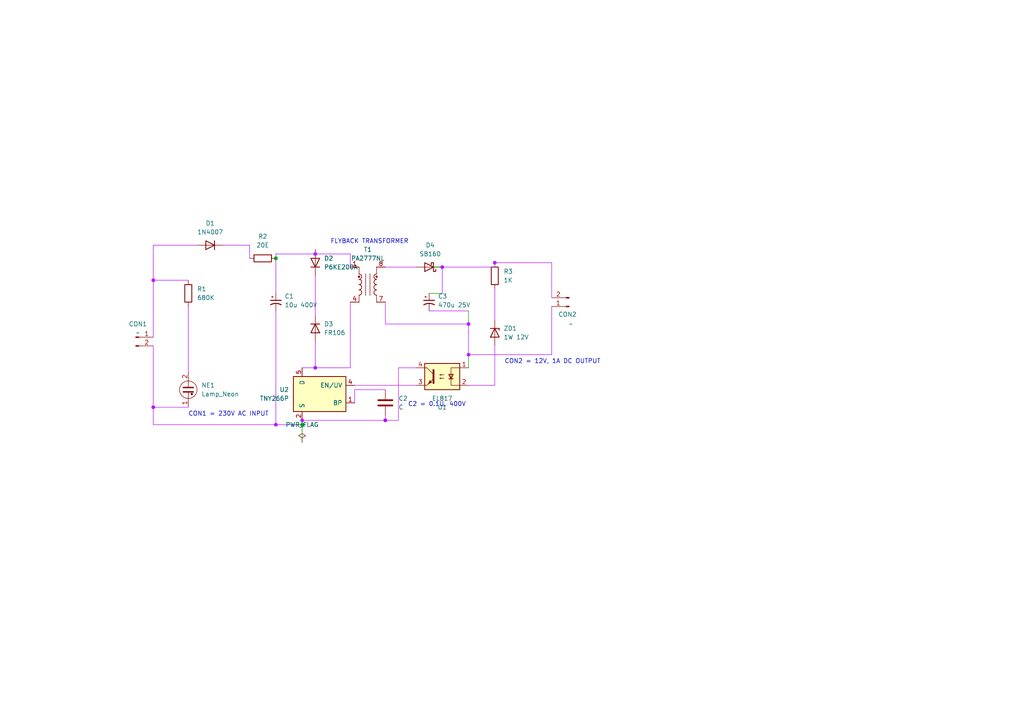
<source format=kicad_sch>
(kicad_sch
	(version 20231120)
	(generator "eeschema")
	(generator_version "8.0")
	(uuid "181b3fc7-e4fc-4ad7-9dbf-e0b0f8aa7b46")
	(paper "A4")
	(lib_symbols
		(symbol "Connector:Conn_01x02_Pin"
			(pin_names
				(offset 1.016) hide)
			(exclude_from_sim no)
			(in_bom yes)
			(on_board yes)
			(property "Reference" "J"
				(at 0 2.54 0)
				(effects
					(font
						(size 1.27 1.27)
					)
				)
			)
			(property "Value" "Conn_01x02_Pin"
				(at 0 -5.08 0)
				(effects
					(font
						(size 1.27 1.27)
					)
				)
			)
			(property "Footprint" ""
				(at 0 0 0)
				(effects
					(font
						(size 1.27 1.27)
					)
					(hide yes)
				)
			)
			(property "Datasheet" "~"
				(at 0 0 0)
				(effects
					(font
						(size 1.27 1.27)
					)
					(hide yes)
				)
			)
			(property "Description" "Generic connector, single row, 01x02, script generated"
				(at 0 0 0)
				(effects
					(font
						(size 1.27 1.27)
					)
					(hide yes)
				)
			)
			(property "ki_locked" ""
				(at 0 0 0)
				(effects
					(font
						(size 1.27 1.27)
					)
				)
			)
			(property "ki_keywords" "connector"
				(at 0 0 0)
				(effects
					(font
						(size 1.27 1.27)
					)
					(hide yes)
				)
			)
			(property "ki_fp_filters" "Connector*:*_1x??_*"
				(at 0 0 0)
				(effects
					(font
						(size 1.27 1.27)
					)
					(hide yes)
				)
			)
			(symbol "Conn_01x02_Pin_1_1"
				(polyline
					(pts
						(xy 1.27 -2.54) (xy 0.8636 -2.54)
					)
					(stroke
						(width 0.1524)
						(type default)
					)
					(fill
						(type none)
					)
				)
				(polyline
					(pts
						(xy 1.27 0) (xy 0.8636 0)
					)
					(stroke
						(width 0.1524)
						(type default)
					)
					(fill
						(type none)
					)
				)
				(rectangle
					(start 0.8636 -2.413)
					(end 0 -2.667)
					(stroke
						(width 0.1524)
						(type default)
					)
					(fill
						(type outline)
					)
				)
				(rectangle
					(start 0.8636 0.127)
					(end 0 -0.127)
					(stroke
						(width 0.1524)
						(type default)
					)
					(fill
						(type outline)
					)
				)
				(pin passive line
					(at 5.08 0 180)
					(length 3.81)
					(name "Pin_1"
						(effects
							(font
								(size 1.27 1.27)
							)
						)
					)
					(number "1"
						(effects
							(font
								(size 1.27 1.27)
							)
						)
					)
				)
				(pin passive line
					(at 5.08 -2.54 180)
					(length 3.81)
					(name "Pin_2"
						(effects
							(font
								(size 1.27 1.27)
							)
						)
					)
					(number "2"
						(effects
							(font
								(size 1.27 1.27)
							)
						)
					)
				)
			)
		)
		(symbol "Device:C"
			(pin_numbers hide)
			(pin_names
				(offset 0.254)
			)
			(exclude_from_sim no)
			(in_bom yes)
			(on_board yes)
			(property "Reference" "C"
				(at 0.635 2.54 0)
				(effects
					(font
						(size 1.27 1.27)
					)
					(justify left)
				)
			)
			(property "Value" "C"
				(at 0.635 -2.54 0)
				(effects
					(font
						(size 1.27 1.27)
					)
					(justify left)
				)
			)
			(property "Footprint" ""
				(at 0.9652 -3.81 0)
				(effects
					(font
						(size 1.27 1.27)
					)
					(hide yes)
				)
			)
			(property "Datasheet" "~"
				(at 0 0 0)
				(effects
					(font
						(size 1.27 1.27)
					)
					(hide yes)
				)
			)
			(property "Description" "Unpolarized capacitor"
				(at 0 0 0)
				(effects
					(font
						(size 1.27 1.27)
					)
					(hide yes)
				)
			)
			(property "ki_keywords" "cap capacitor"
				(at 0 0 0)
				(effects
					(font
						(size 1.27 1.27)
					)
					(hide yes)
				)
			)
			(property "ki_fp_filters" "C_*"
				(at 0 0 0)
				(effects
					(font
						(size 1.27 1.27)
					)
					(hide yes)
				)
			)
			(symbol "C_0_1"
				(polyline
					(pts
						(xy -2.032 -0.762) (xy 2.032 -0.762)
					)
					(stroke
						(width 0.508)
						(type default)
					)
					(fill
						(type none)
					)
				)
				(polyline
					(pts
						(xy -2.032 0.762) (xy 2.032 0.762)
					)
					(stroke
						(width 0.508)
						(type default)
					)
					(fill
						(type none)
					)
				)
			)
			(symbol "C_1_1"
				(pin passive line
					(at 0 3.81 270)
					(length 2.794)
					(name "~"
						(effects
							(font
								(size 1.27 1.27)
							)
						)
					)
					(number "1"
						(effects
							(font
								(size 1.27 1.27)
							)
						)
					)
				)
				(pin passive line
					(at 0 -3.81 90)
					(length 2.794)
					(name "~"
						(effects
							(font
								(size 1.27 1.27)
							)
						)
					)
					(number "2"
						(effects
							(font
								(size 1.27 1.27)
							)
						)
					)
				)
			)
		)
		(symbol "Device:C_Polarized_Small_US"
			(pin_numbers hide)
			(pin_names
				(offset 0.254) hide)
			(exclude_from_sim no)
			(in_bom yes)
			(on_board yes)
			(property "Reference" "C"
				(at 0.254 1.778 0)
				(effects
					(font
						(size 1.27 1.27)
					)
					(justify left)
				)
			)
			(property "Value" "C_Polarized_Small_US"
				(at 0.254 -2.032 0)
				(effects
					(font
						(size 1.27 1.27)
					)
					(justify left)
				)
			)
			(property "Footprint" ""
				(at 0 0 0)
				(effects
					(font
						(size 1.27 1.27)
					)
					(hide yes)
				)
			)
			(property "Datasheet" "~"
				(at 0 0 0)
				(effects
					(font
						(size 1.27 1.27)
					)
					(hide yes)
				)
			)
			(property "Description" "Polarized capacitor, small US symbol"
				(at 0 0 0)
				(effects
					(font
						(size 1.27 1.27)
					)
					(hide yes)
				)
			)
			(property "ki_keywords" "cap capacitor"
				(at 0 0 0)
				(effects
					(font
						(size 1.27 1.27)
					)
					(hide yes)
				)
			)
			(property "ki_fp_filters" "CP_*"
				(at 0 0 0)
				(effects
					(font
						(size 1.27 1.27)
					)
					(hide yes)
				)
			)
			(symbol "C_Polarized_Small_US_0_1"
				(polyline
					(pts
						(xy -1.524 0.508) (xy 1.524 0.508)
					)
					(stroke
						(width 0.3048)
						(type default)
					)
					(fill
						(type none)
					)
				)
				(polyline
					(pts
						(xy -1.27 1.524) (xy -0.762 1.524)
					)
					(stroke
						(width 0)
						(type default)
					)
					(fill
						(type none)
					)
				)
				(polyline
					(pts
						(xy -1.016 1.27) (xy -1.016 1.778)
					)
					(stroke
						(width 0)
						(type default)
					)
					(fill
						(type none)
					)
				)
				(arc
					(start 1.524 -0.762)
					(mid 0 -0.3734)
					(end -1.524 -0.762)
					(stroke
						(width 0.3048)
						(type default)
					)
					(fill
						(type none)
					)
				)
			)
			(symbol "C_Polarized_Small_US_1_1"
				(pin passive line
					(at 0 2.54 270)
					(length 2.032)
					(name "~"
						(effects
							(font
								(size 1.27 1.27)
							)
						)
					)
					(number "1"
						(effects
							(font
								(size 1.27 1.27)
							)
						)
					)
				)
				(pin passive line
					(at 0 -2.54 90)
					(length 2.032)
					(name "~"
						(effects
							(font
								(size 1.27 1.27)
							)
						)
					)
					(number "2"
						(effects
							(font
								(size 1.27 1.27)
							)
						)
					)
				)
			)
		)
		(symbol "Device:D"
			(pin_numbers hide)
			(pin_names
				(offset 1.016) hide)
			(exclude_from_sim no)
			(in_bom yes)
			(on_board yes)
			(property "Reference" "D"
				(at 0 2.54 0)
				(effects
					(font
						(size 1.27 1.27)
					)
				)
			)
			(property "Value" "D"
				(at 0 -2.54 0)
				(effects
					(font
						(size 1.27 1.27)
					)
				)
			)
			(property "Footprint" ""
				(at 0 0 0)
				(effects
					(font
						(size 1.27 1.27)
					)
					(hide yes)
				)
			)
			(property "Datasheet" "~"
				(at 0 0 0)
				(effects
					(font
						(size 1.27 1.27)
					)
					(hide yes)
				)
			)
			(property "Description" "Diode"
				(at 0 0 0)
				(effects
					(font
						(size 1.27 1.27)
					)
					(hide yes)
				)
			)
			(property "Sim.Device" "D"
				(at 0 0 0)
				(effects
					(font
						(size 1.27 1.27)
					)
					(hide yes)
				)
			)
			(property "Sim.Pins" "1=K 2=A"
				(at 0 0 0)
				(effects
					(font
						(size 1.27 1.27)
					)
					(hide yes)
				)
			)
			(property "ki_keywords" "diode"
				(at 0 0 0)
				(effects
					(font
						(size 1.27 1.27)
					)
					(hide yes)
				)
			)
			(property "ki_fp_filters" "TO-???* *_Diode_* *SingleDiode* D_*"
				(at 0 0 0)
				(effects
					(font
						(size 1.27 1.27)
					)
					(hide yes)
				)
			)
			(symbol "D_0_1"
				(polyline
					(pts
						(xy -1.27 1.27) (xy -1.27 -1.27)
					)
					(stroke
						(width 0.254)
						(type default)
					)
					(fill
						(type none)
					)
				)
				(polyline
					(pts
						(xy 1.27 0) (xy -1.27 0)
					)
					(stroke
						(width 0)
						(type default)
					)
					(fill
						(type none)
					)
				)
				(polyline
					(pts
						(xy 1.27 1.27) (xy 1.27 -1.27) (xy -1.27 0) (xy 1.27 1.27)
					)
					(stroke
						(width 0.254)
						(type default)
					)
					(fill
						(type none)
					)
				)
			)
			(symbol "D_1_1"
				(pin passive line
					(at -3.81 0 0)
					(length 2.54)
					(name "K"
						(effects
							(font
								(size 1.27 1.27)
							)
						)
					)
					(number "1"
						(effects
							(font
								(size 1.27 1.27)
							)
						)
					)
				)
				(pin passive line
					(at 3.81 0 180)
					(length 2.54)
					(name "A"
						(effects
							(font
								(size 1.27 1.27)
							)
						)
					)
					(number "2"
						(effects
							(font
								(size 1.27 1.27)
							)
						)
					)
				)
			)
		)
		(symbol "Device:Lamp_Neon"
			(pin_names
				(offset 0.0254) hide)
			(exclude_from_sim no)
			(in_bom yes)
			(on_board yes)
			(property "Reference" "NE"
				(at 0.635 3.81 0)
				(effects
					(font
						(size 1.27 1.27)
					)
					(justify left)
				)
			)
			(property "Value" "Lamp_Neon"
				(at 0.635 -3.81 0)
				(effects
					(font
						(size 1.27 1.27)
					)
					(justify left)
				)
			)
			(property "Footprint" ""
				(at 0 2.54 90)
				(effects
					(font
						(size 1.27 1.27)
					)
					(hide yes)
				)
			)
			(property "Datasheet" "~"
				(at 0 2.54 90)
				(effects
					(font
						(size 1.27 1.27)
					)
					(hide yes)
				)
			)
			(property "Description" "Neon lamp"
				(at 0 0 0)
				(effects
					(font
						(size 1.27 1.27)
					)
					(hide yes)
				)
			)
			(property "ki_keywords" "neon lamp"
				(at 0 0 0)
				(effects
					(font
						(size 1.27 1.27)
					)
					(hide yes)
				)
			)
			(symbol "Lamp_Neon_0_1"
				(rectangle
					(start -1.524 -0.508)
					(end 1.524 -0.762)
					(stroke
						(width 0)
						(type default)
					)
					(fill
						(type outline)
					)
				)
				(rectangle
					(start -1.524 0.762)
					(end 1.524 0.508)
					(stroke
						(width 0)
						(type default)
					)
					(fill
						(type outline)
					)
				)
				(polyline
					(pts
						(xy 0 -2.54) (xy 0 -0.762)
					)
					(stroke
						(width 0)
						(type default)
					)
					(fill
						(type none)
					)
				)
				(polyline
					(pts
						(xy 0 0.762) (xy 0 2.54)
					)
					(stroke
						(width 0)
						(type default)
					)
					(fill
						(type none)
					)
				)
				(circle
					(center 0 0)
					(radius 2.54)
					(stroke
						(width 0)
						(type default)
					)
					(fill
						(type none)
					)
				)
				(circle
					(center 1.016 -1.27)
					(radius 0.254)
					(stroke
						(width 0)
						(type default)
					)
					(fill
						(type outline)
					)
				)
			)
			(symbol "Lamp_Neon_1_1"
				(pin passive line
					(at 0 -5.08 90)
					(length 2.54)
					(name "~"
						(effects
							(font
								(size 1.27 1.27)
							)
						)
					)
					(number "1"
						(effects
							(font
								(size 1.27 1.27)
							)
						)
					)
				)
				(pin passive line
					(at 0 5.08 270)
					(length 2.54)
					(name "~"
						(effects
							(font
								(size 1.27 1.27)
							)
						)
					)
					(number "2"
						(effects
							(font
								(size 1.27 1.27)
							)
						)
					)
				)
			)
		)
		(symbol "Device:R"
			(pin_numbers hide)
			(pin_names
				(offset 0)
			)
			(exclude_from_sim no)
			(in_bom yes)
			(on_board yes)
			(property "Reference" "R"
				(at 2.032 0 90)
				(effects
					(font
						(size 1.27 1.27)
					)
				)
			)
			(property "Value" "R"
				(at 0 0 90)
				(effects
					(font
						(size 1.27 1.27)
					)
				)
			)
			(property "Footprint" ""
				(at -1.778 0 90)
				(effects
					(font
						(size 1.27 1.27)
					)
					(hide yes)
				)
			)
			(property "Datasheet" "~"
				(at 0 0 0)
				(effects
					(font
						(size 1.27 1.27)
					)
					(hide yes)
				)
			)
			(property "Description" "Resistor"
				(at 0 0 0)
				(effects
					(font
						(size 1.27 1.27)
					)
					(hide yes)
				)
			)
			(property "ki_keywords" "R res resistor"
				(at 0 0 0)
				(effects
					(font
						(size 1.27 1.27)
					)
					(hide yes)
				)
			)
			(property "ki_fp_filters" "R_*"
				(at 0 0 0)
				(effects
					(font
						(size 1.27 1.27)
					)
					(hide yes)
				)
			)
			(symbol "R_0_1"
				(rectangle
					(start -1.016 -2.54)
					(end 1.016 2.54)
					(stroke
						(width 0.254)
						(type default)
					)
					(fill
						(type none)
					)
				)
			)
			(symbol "R_1_1"
				(pin passive line
					(at 0 3.81 270)
					(length 1.27)
					(name "~"
						(effects
							(font
								(size 1.27 1.27)
							)
						)
					)
					(number "1"
						(effects
							(font
								(size 1.27 1.27)
							)
						)
					)
				)
				(pin passive line
					(at 0 -3.81 90)
					(length 1.27)
					(name "~"
						(effects
							(font
								(size 1.27 1.27)
							)
						)
					)
					(number "2"
						(effects
							(font
								(size 1.27 1.27)
							)
						)
					)
				)
			)
		)
		(symbol "Diode:1N4007"
			(pin_numbers hide)
			(pin_names hide)
			(exclude_from_sim no)
			(in_bom yes)
			(on_board yes)
			(property "Reference" "D"
				(at 0 2.54 0)
				(effects
					(font
						(size 1.27 1.27)
					)
				)
			)
			(property "Value" "1N4007"
				(at 0 -2.54 0)
				(effects
					(font
						(size 1.27 1.27)
					)
				)
			)
			(property "Footprint" "Diode_THT:D_DO-41_SOD81_P10.16mm_Horizontal"
				(at 0 -4.445 0)
				(effects
					(font
						(size 1.27 1.27)
					)
					(hide yes)
				)
			)
			(property "Datasheet" "http://www.vishay.com/docs/88503/1n4001.pdf"
				(at 0 0 0)
				(effects
					(font
						(size 1.27 1.27)
					)
					(hide yes)
				)
			)
			(property "Description" "1000V 1A General Purpose Rectifier Diode, DO-41"
				(at 0 0 0)
				(effects
					(font
						(size 1.27 1.27)
					)
					(hide yes)
				)
			)
			(property "Sim.Device" "D"
				(at 0 0 0)
				(effects
					(font
						(size 1.27 1.27)
					)
					(hide yes)
				)
			)
			(property "Sim.Pins" "1=K 2=A"
				(at 0 0 0)
				(effects
					(font
						(size 1.27 1.27)
					)
					(hide yes)
				)
			)
			(property "ki_keywords" "diode"
				(at 0 0 0)
				(effects
					(font
						(size 1.27 1.27)
					)
					(hide yes)
				)
			)
			(property "ki_fp_filters" "D*DO?41*"
				(at 0 0 0)
				(effects
					(font
						(size 1.27 1.27)
					)
					(hide yes)
				)
			)
			(symbol "1N4007_0_1"
				(polyline
					(pts
						(xy -1.27 1.27) (xy -1.27 -1.27)
					)
					(stroke
						(width 0.254)
						(type default)
					)
					(fill
						(type none)
					)
				)
				(polyline
					(pts
						(xy 1.27 0) (xy -1.27 0)
					)
					(stroke
						(width 0)
						(type default)
					)
					(fill
						(type none)
					)
				)
				(polyline
					(pts
						(xy 1.27 1.27) (xy 1.27 -1.27) (xy -1.27 0) (xy 1.27 1.27)
					)
					(stroke
						(width 0.254)
						(type default)
					)
					(fill
						(type none)
					)
				)
			)
			(symbol "1N4007_1_1"
				(pin passive line
					(at -3.81 0 0)
					(length 2.54)
					(name "K"
						(effects
							(font
								(size 1.27 1.27)
							)
						)
					)
					(number "1"
						(effects
							(font
								(size 1.27 1.27)
							)
						)
					)
				)
				(pin passive line
					(at 3.81 0 180)
					(length 2.54)
					(name "A"
						(effects
							(font
								(size 1.27 1.27)
							)
						)
					)
					(number "2"
						(effects
							(font
								(size 1.27 1.27)
							)
						)
					)
				)
			)
		)
		(symbol "Diode:BZV55B12"
			(pin_numbers hide)
			(pin_names hide)
			(exclude_from_sim no)
			(in_bom yes)
			(on_board yes)
			(property "Reference" "D"
				(at 0 2.54 0)
				(effects
					(font
						(size 1.27 1.27)
					)
				)
			)
			(property "Value" "BZV55B12"
				(at 0 -2.54 0)
				(effects
					(font
						(size 1.27 1.27)
					)
				)
			)
			(property "Footprint" "Diode_SMD:D_MiniMELF"
				(at 0 -4.445 0)
				(effects
					(font
						(size 1.27 1.27)
					)
					(hide yes)
				)
			)
			(property "Datasheet" "https://assets.nexperia.com/documents/data-sheet/BZV55_SER.pdf"
				(at 0 0 0)
				(effects
					(font
						(size 1.27 1.27)
					)
					(hide yes)
				)
			)
			(property "Description" "12V, 500mW, 2%, Zener diode, MiniMELF"
				(at 0 0 0)
				(effects
					(font
						(size 1.27 1.27)
					)
					(hide yes)
				)
			)
			(property "ki_keywords" "zener diode"
				(at 0 0 0)
				(effects
					(font
						(size 1.27 1.27)
					)
					(hide yes)
				)
			)
			(property "ki_fp_filters" "D*MiniMELF*"
				(at 0 0 0)
				(effects
					(font
						(size 1.27 1.27)
					)
					(hide yes)
				)
			)
			(symbol "BZV55B12_0_1"
				(polyline
					(pts
						(xy 1.27 0) (xy -1.27 0)
					)
					(stroke
						(width 0)
						(type default)
					)
					(fill
						(type none)
					)
				)
				(polyline
					(pts
						(xy -1.27 -1.27) (xy -1.27 1.27) (xy -0.762 1.27)
					)
					(stroke
						(width 0.254)
						(type default)
					)
					(fill
						(type none)
					)
				)
				(polyline
					(pts
						(xy 1.27 -1.27) (xy 1.27 1.27) (xy -1.27 0) (xy 1.27 -1.27)
					)
					(stroke
						(width 0.254)
						(type default)
					)
					(fill
						(type none)
					)
				)
			)
			(symbol "BZV55B12_1_1"
				(pin passive line
					(at -3.81 0 0)
					(length 2.54)
					(name "K"
						(effects
							(font
								(size 1.27 1.27)
							)
						)
					)
					(number "1"
						(effects
							(font
								(size 1.27 1.27)
							)
						)
					)
				)
				(pin passive line
					(at 3.81 0 180)
					(length 2.54)
					(name "A"
						(effects
							(font
								(size 1.27 1.27)
							)
						)
					)
					(number "2"
						(effects
							(font
								(size 1.27 1.27)
							)
						)
					)
				)
			)
		)
		(symbol "Diode:SB160"
			(pin_numbers hide)
			(pin_names
				(offset 1.016) hide)
			(exclude_from_sim no)
			(in_bom yes)
			(on_board yes)
			(property "Reference" "D"
				(at 0 2.54 0)
				(effects
					(font
						(size 1.27 1.27)
					)
				)
			)
			(property "Value" "SB160"
				(at 0 -2.54 0)
				(effects
					(font
						(size 1.27 1.27)
					)
				)
			)
			(property "Footprint" "Diode_THT:D_DO-41_SOD81_P10.16mm_Horizontal"
				(at 0 -4.445 0)
				(effects
					(font
						(size 1.27 1.27)
					)
					(hide yes)
				)
			)
			(property "Datasheet" "http://www.diodes.com/_files/datasheets/ds23022.pdf"
				(at 0 0 0)
				(effects
					(font
						(size 1.27 1.27)
					)
					(hide yes)
				)
			)
			(property "Description" "60V 1A Schottky Barrier Rectifier Diode, DO-41"
				(at 0 0 0)
				(effects
					(font
						(size 1.27 1.27)
					)
					(hide yes)
				)
			)
			(property "ki_keywords" "diode Schottky"
				(at 0 0 0)
				(effects
					(font
						(size 1.27 1.27)
					)
					(hide yes)
				)
			)
			(property "ki_fp_filters" "D*DO?41*"
				(at 0 0 0)
				(effects
					(font
						(size 1.27 1.27)
					)
					(hide yes)
				)
			)
			(symbol "SB160_0_1"
				(polyline
					(pts
						(xy 1.27 0) (xy -1.27 0)
					)
					(stroke
						(width 0)
						(type default)
					)
					(fill
						(type none)
					)
				)
				(polyline
					(pts
						(xy 1.27 1.27) (xy 1.27 -1.27) (xy -1.27 0) (xy 1.27 1.27)
					)
					(stroke
						(width 0.254)
						(type default)
					)
					(fill
						(type none)
					)
				)
				(polyline
					(pts
						(xy -1.905 0.635) (xy -1.905 1.27) (xy -1.27 1.27) (xy -1.27 -1.27) (xy -0.635 -1.27) (xy -0.635 -0.635)
					)
					(stroke
						(width 0.254)
						(type default)
					)
					(fill
						(type none)
					)
				)
			)
			(symbol "SB160_1_1"
				(pin passive line
					(at -3.81 0 0)
					(length 2.54)
					(name "K"
						(effects
							(font
								(size 1.27 1.27)
							)
						)
					)
					(number "1"
						(effects
							(font
								(size 1.27 1.27)
							)
						)
					)
				)
				(pin passive line
					(at 3.81 0 180)
					(length 2.54)
					(name "A"
						(effects
							(font
								(size 1.27 1.27)
							)
						)
					)
					(number "2"
						(effects
							(font
								(size 1.27 1.27)
							)
						)
					)
				)
			)
		)
		(symbol "Isolator:EL817"
			(pin_names
				(offset 1.016)
			)
			(exclude_from_sim no)
			(in_bom yes)
			(on_board yes)
			(property "Reference" "U"
				(at -5.08 5.08 0)
				(effects
					(font
						(size 1.27 1.27)
					)
					(justify left)
				)
			)
			(property "Value" "EL817"
				(at 0 5.08 0)
				(effects
					(font
						(size 1.27 1.27)
					)
					(justify left)
				)
			)
			(property "Footprint" "Package_DIP:DIP-4_W7.62mm"
				(at -5.08 -5.08 0)
				(effects
					(font
						(size 1.27 1.27)
						(italic yes)
					)
					(justify left)
					(hide yes)
				)
			)
			(property "Datasheet" "http://www.everlight.com/file/ProductFile/EL817.pdf"
				(at 0 0 0)
				(effects
					(font
						(size 1.27 1.27)
					)
					(justify left)
					(hide yes)
				)
			)
			(property "Description" "DC Optocoupler, Vce 35V, DIP-4"
				(at 0 0 0)
				(effects
					(font
						(size 1.27 1.27)
					)
					(hide yes)
				)
			)
			(property "ki_keywords" "NPN DC Optocoupler"
				(at 0 0 0)
				(effects
					(font
						(size 1.27 1.27)
					)
					(hide yes)
				)
			)
			(property "ki_fp_filters" "DIP*W7.62mm*"
				(at 0 0 0)
				(effects
					(font
						(size 1.27 1.27)
					)
					(hide yes)
				)
			)
			(symbol "EL817_0_1"
				(rectangle
					(start -5.08 3.81)
					(end 5.08 -3.81)
					(stroke
						(width 0.254)
						(type default)
					)
					(fill
						(type background)
					)
				)
				(polyline
					(pts
						(xy -3.175 -0.635) (xy -1.905 -0.635)
					)
					(stroke
						(width 0.254)
						(type default)
					)
					(fill
						(type none)
					)
				)
				(polyline
					(pts
						(xy 2.54 0.635) (xy 4.445 2.54)
					)
					(stroke
						(width 0)
						(type default)
					)
					(fill
						(type none)
					)
				)
				(polyline
					(pts
						(xy 4.445 -2.54) (xy 2.54 -0.635)
					)
					(stroke
						(width 0)
						(type default)
					)
					(fill
						(type outline)
					)
				)
				(polyline
					(pts
						(xy 4.445 -2.54) (xy 5.08 -2.54)
					)
					(stroke
						(width 0)
						(type default)
					)
					(fill
						(type none)
					)
				)
				(polyline
					(pts
						(xy 4.445 2.54) (xy 5.08 2.54)
					)
					(stroke
						(width 0)
						(type default)
					)
					(fill
						(type none)
					)
				)
				(polyline
					(pts
						(xy -5.08 2.54) (xy -2.54 2.54) (xy -2.54 -0.635)
					)
					(stroke
						(width 0)
						(type default)
					)
					(fill
						(type none)
					)
				)
				(polyline
					(pts
						(xy -2.54 -0.635) (xy -2.54 -2.54) (xy -5.08 -2.54)
					)
					(stroke
						(width 0)
						(type default)
					)
					(fill
						(type none)
					)
				)
				(polyline
					(pts
						(xy 2.54 1.905) (xy 2.54 -1.905) (xy 2.54 -1.905)
					)
					(stroke
						(width 0.508)
						(type default)
					)
					(fill
						(type none)
					)
				)
				(polyline
					(pts
						(xy -2.54 -0.635) (xy -3.175 0.635) (xy -1.905 0.635) (xy -2.54 -0.635)
					)
					(stroke
						(width 0.254)
						(type default)
					)
					(fill
						(type none)
					)
				)
				(polyline
					(pts
						(xy -0.508 -0.508) (xy 0.762 -0.508) (xy 0.381 -0.635) (xy 0.381 -0.381) (xy 0.762 -0.508)
					)
					(stroke
						(width 0)
						(type default)
					)
					(fill
						(type none)
					)
				)
				(polyline
					(pts
						(xy -0.508 0.508) (xy 0.762 0.508) (xy 0.381 0.381) (xy 0.381 0.635) (xy 0.762 0.508)
					)
					(stroke
						(width 0)
						(type default)
					)
					(fill
						(type none)
					)
				)
				(polyline
					(pts
						(xy 3.048 -1.651) (xy 3.556 -1.143) (xy 4.064 -2.159) (xy 3.048 -1.651) (xy 3.048 -1.651)
					)
					(stroke
						(width 0)
						(type default)
					)
					(fill
						(type outline)
					)
				)
			)
			(symbol "EL817_1_1"
				(pin passive line
					(at -7.62 2.54 0)
					(length 2.54)
					(name "~"
						(effects
							(font
								(size 1.27 1.27)
							)
						)
					)
					(number "1"
						(effects
							(font
								(size 1.27 1.27)
							)
						)
					)
				)
				(pin passive line
					(at -7.62 -2.54 0)
					(length 2.54)
					(name "~"
						(effects
							(font
								(size 1.27 1.27)
							)
						)
					)
					(number "2"
						(effects
							(font
								(size 1.27 1.27)
							)
						)
					)
				)
				(pin passive line
					(at 7.62 -2.54 180)
					(length 2.54)
					(name "~"
						(effects
							(font
								(size 1.27 1.27)
							)
						)
					)
					(number "3"
						(effects
							(font
								(size 1.27 1.27)
							)
						)
					)
				)
				(pin passive line
					(at 7.62 2.54 180)
					(length 2.54)
					(name "~"
						(effects
							(font
								(size 1.27 1.27)
							)
						)
					)
					(number "4"
						(effects
							(font
								(size 1.27 1.27)
							)
						)
					)
				)
			)
		)
		(symbol "Regulator_Switching:TNY266P"
			(pin_names
				(offset 1.016)
			)
			(exclude_from_sim no)
			(in_bom yes)
			(on_board yes)
			(property "Reference" "U"
				(at 0 8.89 0)
				(effects
					(font
						(size 1.27 1.27)
					)
					(justify left)
				)
			)
			(property "Value" "TNY266P"
				(at 0 6.35 0)
				(effects
					(font
						(size 1.27 1.27)
					)
					(justify left)
				)
			)
			(property "Footprint" "Package_DIP:PowerIntegrations_PDIP-8B"
				(at 0 0 0)
				(effects
					(font
						(size 1.27 1.27)
						(italic yes)
					)
					(hide yes)
				)
			)
			(property "Datasheet" "http://www.powerint.com/sites/default/files/product-docs/tny263_268.pdf"
				(at 0 0 0)
				(effects
					(font
						(size 1.27 1.27)
					)
					(hide yes)
				)
			)
			(property "Description" "TinySwitch-II Family, 9.5W Output Power, DIP-8B"
				(at 0 0 0)
				(effects
					(font
						(size 1.27 1.27)
					)
					(hide yes)
				)
			)
			(property "ki_keywords" "Enhanced, Energy Efficient, Low Power Off-line Switcher"
				(at 0 0 0)
				(effects
					(font
						(size 1.27 1.27)
					)
					(hide yes)
				)
			)
			(property "ki_fp_filters" "PowerIntegrations?PDIP?8B*"
				(at 0 0 0)
				(effects
					(font
						(size 1.27 1.27)
					)
					(hide yes)
				)
			)
			(symbol "TNY266P_0_1"
				(rectangle
					(start -7.62 5.08)
					(end 7.62 -5.08)
					(stroke
						(width 0.254)
						(type default)
					)
					(fill
						(type background)
					)
				)
			)
			(symbol "TNY266P_1_1"
				(pin input line
					(at 10.16 -2.54 180)
					(length 2.54)
					(name "BP"
						(effects
							(font
								(size 1.27 1.27)
							)
						)
					)
					(number "1"
						(effects
							(font
								(size 1.27 1.27)
							)
						)
					)
				)
				(pin power_in line
					(at -5.08 -7.62 90)
					(length 2.54)
					(name "S"
						(effects
							(font
								(size 1.27 1.27)
							)
						)
					)
					(number "2"
						(effects
							(font
								(size 1.27 1.27)
							)
						)
					)
				)
				(pin passive line
					(at -5.08 -7.62 90)
					(length 2.54) hide
					(name "S"
						(effects
							(font
								(size 1.27 1.27)
							)
						)
					)
					(number "3"
						(effects
							(font
								(size 1.27 1.27)
							)
						)
					)
				)
				(pin input line
					(at 10.16 2.54 180)
					(length 2.54)
					(name "EN/UV"
						(effects
							(font
								(size 1.27 1.27)
							)
						)
					)
					(number "4"
						(effects
							(font
								(size 1.27 1.27)
							)
						)
					)
				)
				(pin open_collector line
					(at -5.08 7.62 270)
					(length 2.54)
					(name "D"
						(effects
							(font
								(size 1.27 1.27)
							)
						)
					)
					(number "5"
						(effects
							(font
								(size 1.27 1.27)
							)
						)
					)
				)
				(pin passive line
					(at -5.08 -7.62 90)
					(length 2.54) hide
					(name "S"
						(effects
							(font
								(size 1.27 1.27)
							)
						)
					)
					(number "7"
						(effects
							(font
								(size 1.27 1.27)
							)
						)
					)
				)
				(pin passive line
					(at -5.08 -7.62 90)
					(length 2.54) hide
					(name "S"
						(effects
							(font
								(size 1.27 1.27)
							)
						)
					)
					(number "8"
						(effects
							(font
								(size 1.27 1.27)
							)
						)
					)
				)
			)
		)
		(symbol "Transformer:PA2777NL"
			(pin_names hide)
			(exclude_from_sim no)
			(in_bom yes)
			(on_board yes)
			(property "Reference" "T"
				(at 0 6.35 0)
				(effects
					(font
						(size 1.27 1.27)
					)
				)
			)
			(property "Value" "PA2777NL"
				(at 0 -6.35 0)
				(effects
					(font
						(size 1.27 1.27)
					)
				)
			)
			(property "Footprint" "Transformer_SMD:Pulse_PA2777NL"
				(at 0 0 0)
				(effects
					(font
						(size 1.27 1.27)
					)
					(hide yes)
				)
			)
			(property "Datasheet" "https://productfinder.pulseeng.com/products/datasheets/SPM2007_61.pdf"
				(at -7.62 0 0)
				(effects
					(font
						(size 1.27 1.27)
					)
					(hide yes)
				)
			)
			(property "Description" "SMT Gate Drive Transformer, 1:1"
				(at 0 0 0)
				(effects
					(font
						(size 1.27 1.27)
					)
					(hide yes)
				)
			)
			(property "ki_keywords" "pulse"
				(at 0 0 0)
				(effects
					(font
						(size 1.27 1.27)
					)
					(hide yes)
				)
			)
			(property "ki_fp_filters" "Pulse*PA2777NL*"
				(at 0 0 0)
				(effects
					(font
						(size 1.27 1.27)
					)
					(hide yes)
				)
			)
			(symbol "PA2777NL_0_1"
				(arc
					(start -2.54 -3.048)
					(mid -1.7813 -2.286)
					(end -2.54 -1.524)
					(stroke
						(width 0.2032)
						(type default)
					)
					(fill
						(type none)
					)
				)
				(arc
					(start -2.54 -1.524)
					(mid -1.7813 -0.762)
					(end -2.54 0)
					(stroke
						(width 0.2032)
						(type default)
					)
					(fill
						(type none)
					)
				)
				(arc
					(start -2.54 0)
					(mid -1.7813 0.762)
					(end -2.54 1.524)
					(stroke
						(width 0.2032)
						(type default)
					)
					(fill
						(type none)
					)
				)
				(circle
					(center -2.54 2.286)
					(radius 0.254)
					(stroke
						(width 0)
						(type default)
					)
					(fill
						(type outline)
					)
				)
				(polyline
					(pts
						(xy -2.54 -3.048) (xy -2.54 -5.08)
					)
					(stroke
						(width 0)
						(type default)
					)
					(fill
						(type none)
					)
				)
				(polyline
					(pts
						(xy -2.54 5.08) (xy -2.54 3.048)
					)
					(stroke
						(width 0)
						(type default)
					)
					(fill
						(type none)
					)
				)
				(polyline
					(pts
						(xy -0.635 3.175) (xy -0.635 -3.175)
					)
					(stroke
						(width 0)
						(type default)
					)
					(fill
						(type none)
					)
				)
				(polyline
					(pts
						(xy 0.635 3.175) (xy 0.635 -3.175)
					)
					(stroke
						(width 0)
						(type default)
					)
					(fill
						(type none)
					)
				)
				(polyline
					(pts
						(xy 2.54 -3.048) (xy 2.54 -5.08)
					)
					(stroke
						(width 0)
						(type default)
					)
					(fill
						(type none)
					)
				)
				(polyline
					(pts
						(xy 2.54 5.08) (xy 2.54 3.048)
					)
					(stroke
						(width 0)
						(type default)
					)
					(fill
						(type none)
					)
				)
				(arc
					(start 2.54 -1.524)
					(mid 1.7813 -2.286)
					(end 2.54 -3.048)
					(stroke
						(width 0.2032)
						(type default)
					)
					(fill
						(type none)
					)
				)
				(arc
					(start 2.54 0)
					(mid 1.7813 -0.762)
					(end 2.54 -1.524)
					(stroke
						(width 0.2032)
						(type default)
					)
					(fill
						(type none)
					)
				)
				(arc
					(start 2.54 1.524)
					(mid 1.7813 0.762)
					(end 2.54 0)
					(stroke
						(width 0.2032)
						(type default)
					)
					(fill
						(type none)
					)
				)
				(circle
					(center 2.54 2.286)
					(radius 0.254)
					(stroke
						(width 0)
						(type default)
					)
					(fill
						(type outline)
					)
				)
				(arc
					(start 2.54 3.048)
					(mid 1.7813 2.286)
					(end 2.54 1.524)
					(stroke
						(width 0.2032)
						(type default)
					)
					(fill
						(type none)
					)
				)
			)
			(symbol "PA2777NL_1_1"
				(arc
					(start -2.54 1.524)
					(mid -1.7813 2.286)
					(end -2.54 3.048)
					(stroke
						(width 0.2032)
						(type default)
					)
					(fill
						(type none)
					)
				)
				(pin passive line
					(at -5.08 5.08 0)
					(length 2.54)
					(name "~"
						(effects
							(font
								(size 1.27 1.27)
							)
						)
					)
					(number "1"
						(effects
							(font
								(size 1.27 1.27)
							)
						)
					)
				)
				(pin passive line
					(at -5.08 -5.08 0)
					(length 2.54)
					(name "~"
						(effects
							(font
								(size 1.27 1.27)
							)
						)
					)
					(number "4"
						(effects
							(font
								(size 1.27 1.27)
							)
						)
					)
				)
				(pin passive line
					(at 5.08 -5.08 180)
					(length 2.54)
					(name "~"
						(effects
							(font
								(size 1.27 1.27)
							)
						)
					)
					(number "7"
						(effects
							(font
								(size 1.27 1.27)
							)
						)
					)
				)
				(pin passive line
					(at 5.08 5.08 180)
					(length 2.54)
					(name "~"
						(effects
							(font
								(size 1.27 1.27)
							)
						)
					)
					(number "8"
						(effects
							(font
								(size 1.27 1.27)
							)
						)
					)
				)
			)
		)
		(symbol "power:PWR_FLAG"
			(power)
			(pin_numbers hide)
			(pin_names
				(offset 0) hide)
			(exclude_from_sim no)
			(in_bom yes)
			(on_board yes)
			(property "Reference" "#FLG"
				(at 0 1.905 0)
				(effects
					(font
						(size 1.27 1.27)
					)
					(hide yes)
				)
			)
			(property "Value" "PWR_FLAG"
				(at 0 3.81 0)
				(effects
					(font
						(size 1.27 1.27)
					)
				)
			)
			(property "Footprint" ""
				(at 0 0 0)
				(effects
					(font
						(size 1.27 1.27)
					)
					(hide yes)
				)
			)
			(property "Datasheet" "~"
				(at 0 0 0)
				(effects
					(font
						(size 1.27 1.27)
					)
					(hide yes)
				)
			)
			(property "Description" "Special symbol for telling ERC where power comes from"
				(at 0 0 0)
				(effects
					(font
						(size 1.27 1.27)
					)
					(hide yes)
				)
			)
			(property "ki_keywords" "flag power"
				(at 0 0 0)
				(effects
					(font
						(size 1.27 1.27)
					)
					(hide yes)
				)
			)
			(symbol "PWR_FLAG_0_0"
				(pin power_out line
					(at 0 0 90)
					(length 0)
					(name "~"
						(effects
							(font
								(size 1.27 1.27)
							)
						)
					)
					(number "1"
						(effects
							(font
								(size 1.27 1.27)
							)
						)
					)
				)
			)
			(symbol "PWR_FLAG_0_1"
				(polyline
					(pts
						(xy 0 0) (xy 0 1.27) (xy -1.016 1.905) (xy 0 2.54) (xy 1.016 1.905) (xy 0 1.27)
					)
					(stroke
						(width 0)
						(type default)
					)
					(fill
						(type none)
					)
				)
			)
		)
	)
	(junction
		(at 111.76 121.92)
		(diameter 0)
		(color 169 2 255 1)
		(uuid "04f7f928-4b6e-4025-8a38-6f9bbacd64e7")
	)
	(junction
		(at 143.51 76.2)
		(diameter 0)
		(color 183 19 255 1)
		(uuid "06720691-6481-4339-a23c-ad90ff1acf81")
	)
	(junction
		(at 128.27 77.47)
		(diameter 0)
		(color 178 14 255 1)
		(uuid "08465229-b514-4dc5-adf2-091b55ffd047")
	)
	(junction
		(at 87.63 121.92)
		(diameter 0)
		(color 181 19 255 1)
		(uuid "303207d1-89c8-4142-a385-b56e77adf4a5")
	)
	(junction
		(at 135.89 102.87)
		(diameter 0)
		(color 179 22 255 1)
		(uuid "50b0a7ff-4ce8-4a25-b578-879cd6e6e3ef")
	)
	(junction
		(at 80.01 123.19)
		(diameter 0)
		(color 163 25 255 1)
		(uuid "85294b05-7d69-4728-a171-a0bfaf0f1678")
	)
	(junction
		(at 44.45 81.28)
		(diameter 0)
		(color 184 14 255 1)
		(uuid "b9e5e7b4-b096-45ee-a638-1cba98a501a7")
	)
	(junction
		(at 135.89 93.98)
		(diameter 0)
		(color 181 19 255 1)
		(uuid "caf69878-8c5e-4cc3-8e79-2662e7f92e93")
	)
	(junction
		(at 44.45 118.11)
		(diameter 0)
		(color 161 17 255 1)
		(uuid "e6cafbab-0b49-4c7a-9d7e-20c2aa1e06a4")
	)
	(junction
		(at 87.63 123.19)
		(diameter 0)
		(color 0 0 0 0)
		(uuid "f032f370-783d-4895-9ac4-feac129dc9aa")
	)
	(junction
		(at 91.44 106.68)
		(diameter 0)
		(color 169 15 255 1)
		(uuid "f1fa8ef6-4a94-42ca-b7ce-16e99c70cb32")
	)
	(junction
		(at 80.01 74.93)
		(diameter 0)
		(color 0 0 0 0)
		(uuid "f9185e3b-9349-4bb0-891e-628357f1fd2c")
	)
	(junction
		(at 91.44 73.66)
		(diameter 0)
		(color 178 24 255 1)
		(uuid "f9ac766d-c438-4dd6-b86f-62a3699b511f")
	)
	(wire
		(pts
			(xy 101.6 106.68) (xy 101.6 87.63)
		)
		(stroke
			(width 0)
			(type default)
			(color 178 20 255 1)
		)
		(uuid "00729331-89a1-48b6-b2b1-762bc59d2c6e")
	)
	(wire
		(pts
			(xy 91.44 74.93) (xy 91.44 73.66)
		)
		(stroke
			(width 0)
			(type default)
			(color 165 14 255 1)
		)
		(uuid "07699fcf-14b4-4ce1-b198-47697aadf611")
	)
	(wire
		(pts
			(xy 111.76 93.98) (xy 135.89 93.98)
		)
		(stroke
			(width 0)
			(type default)
			(color 174 21 255 1)
		)
		(uuid "0b008127-5f20-4bbb-9da9-49d36d1131e9")
	)
	(wire
		(pts
			(xy 111.76 121.92) (xy 111.76 120.65)
		)
		(stroke
			(width 0)
			(type default)
			(color 193 16 255 1)
		)
		(uuid "122ec39f-3317-4a05-ba49-81a3f48031f3")
	)
	(wire
		(pts
			(xy 44.45 118.11) (xy 54.61 118.11)
		)
		(stroke
			(width 0)
			(type default)
			(color 176 31 255 1)
		)
		(uuid "1293d96f-2be6-4197-a9b8-9339670d688c")
	)
	(wire
		(pts
			(xy 64.77 71.12) (xy 72.39 71.12)
		)
		(stroke
			(width 0)
			(type default)
			(color 170 13 255 1)
		)
		(uuid "12d2b01a-ad8f-4cc2-ac95-f57bcd33ab55")
	)
	(wire
		(pts
			(xy 87.63 123.19) (xy 87.63 128.27)
		)
		(stroke
			(width 0)
			(type default)
		)
		(uuid "13dc3099-c829-4aa8-b1cb-8f9d21f1c005")
	)
	(wire
		(pts
			(xy 135.89 93.98) (xy 135.89 102.87)
		)
		(stroke
			(width 0)
			(type default)
			(color 166 16 255 1)
		)
		(uuid "186f405d-1801-47ac-b212-2b36f0fec9cf")
	)
	(wire
		(pts
			(xy 44.45 97.79) (xy 44.45 81.28)
		)
		(stroke
			(width 0)
			(type default)
			(color 170 19 255 1)
		)
		(uuid "2225f634-d661-4c24-a4dd-4b95f393ffaf")
	)
	(wire
		(pts
			(xy 80.01 123.19) (xy 87.63 123.19)
		)
		(stroke
			(width 0)
			(type default)
			(color 193 16 255 1)
		)
		(uuid "353a631c-6d0e-4450-8321-9431eee99390")
	)
	(wire
		(pts
			(xy 143.51 83.82) (xy 143.51 92.71)
		)
		(stroke
			(width 0)
			(type default)
			(color 170 19 255 1)
		)
		(uuid "36d509b7-970f-47a8-9d26-18ebbbb73a78")
	)
	(wire
		(pts
			(xy 72.39 71.12) (xy 72.39 74.93)
		)
		(stroke
			(width 0)
			(type default)
			(color 166 12 255 1)
		)
		(uuid "3ab8367a-71ad-44d0-ba9d-899de31d4919")
	)
	(wire
		(pts
			(xy 101.6 73.66) (xy 101.6 77.47)
		)
		(stroke
			(width 0)
			(type default)
			(color 165 14 255 1)
		)
		(uuid "3c0988f2-bae3-47fa-a60d-2a5b78288c5e")
	)
	(wire
		(pts
			(xy 44.45 81.28) (xy 54.61 81.28)
		)
		(stroke
			(width 0)
			(type default)
			(color 184 21 255 1)
		)
		(uuid "4062ebb3-3655-4c77-b3b9-cd5ac351103e")
	)
	(wire
		(pts
			(xy 91.44 80.01) (xy 91.44 91.44)
		)
		(stroke
			(width 0)
			(type default)
			(color 192 17 255 1)
		)
		(uuid "4b1c552d-bffd-42e2-ba7c-61c16e4d6c0b")
	)
	(wire
		(pts
			(xy 143.51 111.76) (xy 143.51 100.33)
		)
		(stroke
			(width 0)
			(type default)
			(color 194 29 255 1)
		)
		(uuid "4e7ab7db-7f28-4462-83f4-3d5b80e18db6")
	)
	(wire
		(pts
			(xy 91.44 73.66) (xy 101.6 73.66)
		)
		(stroke
			(width 0)
			(type default)
			(color 165 14 255 1)
		)
		(uuid "500ef467-41c3-4caf-8b8d-6bc6b6c5d586")
	)
	(wire
		(pts
			(xy 115.57 121.92) (xy 115.57 106.68)
		)
		(stroke
			(width 0)
			(type default)
			(color 193 16 255 1)
		)
		(uuid "530d4963-5fc2-4e69-a8e6-bc0f0d735033")
	)
	(wire
		(pts
			(xy 102.87 113.03) (xy 102.87 116.84)
		)
		(stroke
			(width 0)
			(type default)
			(color 184 12 255 1)
		)
		(uuid "5430291e-9e10-4626-9d57-707eace97e79")
	)
	(wire
		(pts
			(xy 135.89 102.87) (xy 160.02 102.87)
		)
		(stroke
			(width 0)
			(type default)
			(color 179 18 255 1)
		)
		(uuid "5523c348-a091-4c17-a5ec-76d664529b8e")
	)
	(wire
		(pts
			(xy 124.46 90.17) (xy 135.89 90.17)
		)
		(stroke
			(width 0)
			(type default)
			(color 184 10 255 1)
		)
		(uuid "5c096aef-e9b7-4b02-97a7-520c20d3c767")
	)
	(wire
		(pts
			(xy 111.76 77.47) (xy 120.65 77.47)
		)
		(stroke
			(width 0)
			(type default)
			(color 185 12 255 1)
		)
		(uuid "5de569e8-b834-488a-b52d-9ea60576dd52")
	)
	(wire
		(pts
			(xy 80.01 90.17) (xy 80.01 123.19)
		)
		(stroke
			(width 0)
			(type default)
			(color 173 15 255 1)
		)
		(uuid "5f9fd746-98a6-4341-8259-69ebc81e80fd")
	)
	(wire
		(pts
			(xy 91.44 99.06) (xy 91.44 106.68)
		)
		(stroke
			(width 0)
			(type default)
			(color 164 16 255 1)
		)
		(uuid "699da830-0809-46f0-abbd-ca65724fbab9")
	)
	(wire
		(pts
			(xy 160.02 102.87) (xy 160.02 88.9)
		)
		(stroke
			(width 0)
			(type default)
			(color 162 23 255 1)
		)
		(uuid "6d4d162f-fe70-4758-ad75-7c24c4ba07cf")
	)
	(wire
		(pts
			(xy 128.27 77.47) (xy 128.27 85.09)
		)
		(stroke
			(width 0)
			(type default)
			(color 178 20 255 1)
		)
		(uuid "6efde32c-2c1a-4ee1-b74f-866723e6c208")
	)
	(wire
		(pts
			(xy 160.02 76.2) (xy 160.02 86.36)
		)
		(stroke
			(width 0)
			(type default)
			(color 176 29 255 1)
		)
		(uuid "70482b63-0a22-4242-98d7-78a4de6abed9")
	)
	(wire
		(pts
			(xy 87.63 121.92) (xy 111.76 121.92)
		)
		(stroke
			(width 0)
			(type default)
			(color 193 16 255 1)
		)
		(uuid "79b64992-57ab-4e1c-addd-2ad2b76aa48a")
	)
	(wire
		(pts
			(xy 87.63 121.92) (xy 87.63 123.19)
		)
		(stroke
			(width 0)
			(type default)
		)
		(uuid "81eb9b38-cb28-4284-931b-c6cd52bff4be")
	)
	(wire
		(pts
			(xy 80.01 74.93) (xy 80.01 85.09)
		)
		(stroke
			(width 0)
			(type default)
			(color 165 14 255 1)
		)
		(uuid "8a38f9f3-7c81-4ef9-8268-2d2651950e1e")
	)
	(wire
		(pts
			(xy 44.45 71.12) (xy 57.15 71.12)
		)
		(stroke
			(width 0)
			(type default)
			(color 175 8 255 1)
		)
		(uuid "8ee46691-c680-41a8-8d6b-4d6d3f91304f")
	)
	(wire
		(pts
			(xy 111.76 87.63) (xy 111.76 93.98)
		)
		(stroke
			(width 0)
			(type default)
			(color 186 21 255 1)
		)
		(uuid "95bbcbf3-ac9f-49e1-bea4-c40e293d70f0")
	)
	(wire
		(pts
			(xy 135.89 111.76) (xy 143.51 111.76)
		)
		(stroke
			(width 0)
			(type default)
			(color 182 13 255 1)
		)
		(uuid "98ef2593-9cd8-43f4-8ac1-d9c5d325e2bf")
	)
	(wire
		(pts
			(xy 143.51 77.47) (xy 143.51 76.2)
		)
		(stroke
			(width 0)
			(type default)
		)
		(uuid "9be20d54-a0da-4146-9a05-ab5002e4f922")
	)
	(wire
		(pts
			(xy 44.45 123.19) (xy 80.01 123.19)
		)
		(stroke
			(width 0)
			(type default)
			(color 193 16 255 1)
		)
		(uuid "9e2a8942-01d0-4987-9822-b7663caaecae")
	)
	(wire
		(pts
			(xy 91.44 73.66) (xy 91.44 72.39)
		)
		(stroke
			(width 0)
			(type default)
			(color 165 14 255 1)
		)
		(uuid "9ed631ba-746b-4754-a3c5-788251f8ef8e")
	)
	(wire
		(pts
			(xy 111.76 113.03) (xy 102.87 113.03)
		)
		(stroke
			(width 0)
			(type default)
			(color 192 14 255 1)
		)
		(uuid "a5c55212-8e21-4b61-acab-3f6298756ca8")
	)
	(wire
		(pts
			(xy 128.27 77.47) (xy 143.51 77.47)
		)
		(stroke
			(width 0)
			(type default)
			(color 180 17 255 1)
		)
		(uuid "a7f6a91c-1141-4648-8293-026a99e81926")
	)
	(wire
		(pts
			(xy 87.63 123.19) (xy 87.63 121.92)
		)
		(stroke
			(width 0)
			(type default)
			(color 193 16 255 1)
		)
		(uuid "abd96644-c5c5-4e8f-adf7-06c8f770172d")
	)
	(wire
		(pts
			(xy 102.87 111.76) (xy 120.65 111.76)
		)
		(stroke
			(width 0)
			(type default)
			(color 190 26 255 1)
		)
		(uuid "b5ba06b9-e977-4443-b927-e5025928020e")
	)
	(wire
		(pts
			(xy 44.45 118.11) (xy 44.45 123.19)
		)
		(stroke
			(width 0)
			(type default)
			(color 193 16 255 1)
		)
		(uuid "b61f948f-0c8b-4d90-87a9-14b27d80f9fe")
	)
	(wire
		(pts
			(xy 115.57 106.68) (xy 120.65 106.68)
		)
		(stroke
			(width 0)
			(type default)
			(color 193 16 255 1)
		)
		(uuid "ba473e24-ba27-4bb2-b911-eec93c268d3e")
	)
	(wire
		(pts
			(xy 44.45 81.28) (xy 44.45 71.12)
		)
		(stroke
			(width 0)
			(type default)
			(color 173 15 255 1)
		)
		(uuid "bf1372c2-d74a-47da-a187-e7bef9b54aac")
	)
	(wire
		(pts
			(xy 91.44 73.66) (xy 80.01 73.66)
		)
		(stroke
			(width 0)
			(type default)
			(color 165 14 255 1)
		)
		(uuid "c1df9beb-a708-46ef-a000-67e051ed554d")
	)
	(wire
		(pts
			(xy 111.76 121.92) (xy 115.57 121.92)
		)
		(stroke
			(width 0)
			(type default)
			(color 193 16 255 1)
		)
		(uuid "c29837ea-392f-4962-b2e7-f1ef845410cb")
	)
	(wire
		(pts
			(xy 125.73 77.47) (xy 128.27 77.47)
		)
		(stroke
			(width 0)
			(type default)
		)
		(uuid "c5c91b2f-7041-4ce9-b7e6-88515d8dcd66")
	)
	(wire
		(pts
			(xy 143.51 76.2) (xy 160.02 76.2)
		)
		(stroke
			(width 0)
			(type default)
			(color 192 14 255 1)
		)
		(uuid "c8143970-450c-4bef-8ee9-fa5bd815b332")
	)
	(wire
		(pts
			(xy 135.89 90.17) (xy 135.89 93.98)
		)
		(stroke
			(width 0)
			(type default)
		)
		(uuid "d5a0fda2-b947-4cba-81b6-6e7889b95569")
	)
	(wire
		(pts
			(xy 91.44 106.68) (xy 101.6 106.68)
		)
		(stroke
			(width 0)
			(type default)
			(color 179 11 255 1)
		)
		(uuid "e49a9a46-fc5c-439d-a3d7-6a1b7bda0cc8")
	)
	(wire
		(pts
			(xy 87.63 106.68) (xy 91.44 106.68)
		)
		(stroke
			(width 0)
			(type default)
			(color 179 11 255 1)
		)
		(uuid "e91467d3-ad76-4266-90f5-8ef697afa6b0")
	)
	(wire
		(pts
			(xy 80.01 73.66) (xy 80.01 74.93)
		)
		(stroke
			(width 0)
			(type default)
			(color 165 14 255 1)
		)
		(uuid "e92ecb72-27d8-4b67-82ba-2110e5c58376")
	)
	(wire
		(pts
			(xy 128.27 85.09) (xy 124.46 85.09)
		)
		(stroke
			(width 0)
			(type default)
		)
		(uuid "e98af842-2985-432d-98c6-54781261440d")
	)
	(wire
		(pts
			(xy 54.61 88.9) (xy 54.61 107.95)
		)
		(stroke
			(width 0)
			(type default)
			(color 177 18 255 1)
		)
		(uuid "ed61abca-5735-4fd7-a314-fc0c9ed47f86")
	)
	(wire
		(pts
			(xy 135.89 102.87) (xy 135.89 106.68)
		)
		(stroke
			(width 0)
			(type default)
		)
		(uuid "ed94338a-9212-48a4-921c-2aa3ba623868")
	)
	(wire
		(pts
			(xy 44.45 100.33) (xy 44.45 118.11)
		)
		(stroke
			(width 0)
			(type default)
			(color 193 16 255 1)
		)
		(uuid "fd3abad9-7bbe-470f-8cc0-287ad7e6d20a")
	)
	(text "CON2 = 12V, 1A DC OUTPUT"
		(exclude_from_sim no)
		(at 160.274 104.902 0)
		(effects
			(font
				(size 1.27 1.27)
			)
		)
		(uuid "019e2f0f-2aa8-45dd-8251-d665e10504e3")
	)
	(text "CON1 = 230V AC INPUT"
		(exclude_from_sim no)
		(at 66.294 120.142 0)
		(effects
			(font
				(size 1.27 1.27)
			)
		)
		(uuid "6ad29ffb-ea21-4619-a54e-c34975181493")
	)
	(text "FLYBACK TRANSFORMER"
		(exclude_from_sim no)
		(at 107.188 70.104 0)
		(effects
			(font
				(size 1.27 1.27)
			)
		)
		(uuid "c88880fa-0040-4a15-b538-1f1138868ebc")
	)
	(text "C2 = 0.1U, 400V"
		(exclude_from_sim no)
		(at 126.746 117.348 0)
		(effects
			(font
				(size 1.27 1.27)
			)
		)
		(uuid "d7da8a43-79de-471c-824f-f0bf81c6a0e8")
	)
	(symbol
		(lib_id "Device:Lamp_Neon")
		(at 54.61 113.03 0)
		(unit 1)
		(exclude_from_sim no)
		(in_bom yes)
		(on_board yes)
		(dnp no)
		(fields_autoplaced yes)
		(uuid "115b3eab-2654-459f-ba2b-ed41b9157b48")
		(property "Reference" "NE1"
			(at 58.42 111.7599 0)
			(effects
				(font
					(size 1.27 1.27)
				)
				(justify left)
			)
		)
		(property "Value" "Lamp_Neon"
			(at 58.42 114.2999 0)
			(effects
				(font
					(size 1.27 1.27)
				)
				(justify left)
			)
		)
		(property "Footprint" "mkc:LAMP_D2A"
			(at 54.61 110.49 90)
			(effects
				(font
					(size 1.27 1.27)
				)
				(hide yes)
			)
		)
		(property "Datasheet" "~"
			(at 54.61 110.49 90)
			(effects
				(font
					(size 1.27 1.27)
				)
				(hide yes)
			)
		)
		(property "Description" "Neon lamp"
			(at 54.61 113.03 0)
			(effects
				(font
					(size 1.27 1.27)
				)
				(hide yes)
			)
		)
		(pin "2"
			(uuid "d803dd59-9705-4664-87a2-1b338f55f1f4")
		)
		(pin "1"
			(uuid "9ef06570-5a93-463c-9901-23efa8fd96e3")
		)
		(instances
			(project ""
				(path "/181b3fc7-e4fc-4ad7-9dbf-e0b0f8aa7b46"
					(reference "NE1")
					(unit 1)
				)
			)
		)
	)
	(symbol
		(lib_id "Diode:BZV55B12")
		(at 143.51 96.52 270)
		(unit 1)
		(exclude_from_sim no)
		(in_bom yes)
		(on_board yes)
		(dnp no)
		(fields_autoplaced yes)
		(uuid "1efa9c1d-cedc-478b-ab71-d75783b8ac48")
		(property "Reference" "ZD1"
			(at 146.05 95.2499 90)
			(effects
				(font
					(size 1.27 1.27)
				)
				(justify left)
			)
		)
		(property "Value" "1W 12V"
			(at 146.05 97.7899 90)
			(effects
				(font
					(size 1.27 1.27)
				)
				(justify left)
			)
		)
		(property "Footprint" "mkc:DIOAD1036W78L463D272"
			(at 139.065 96.52 0)
			(effects
				(font
					(size 1.27 1.27)
				)
				(hide yes)
			)
		)
		(property "Datasheet" "https://assets.nexperia.com/documents/data-sheet/BZV55_SER.pdf"
			(at 143.51 96.52 0)
			(effects
				(font
					(size 1.27 1.27)
				)
				(hide yes)
			)
		)
		(property "Description" "12V, 500mW, 2%, Zener diode, MiniMELF"
			(at 143.51 96.52 0)
			(effects
				(font
					(size 1.27 1.27)
				)
				(hide yes)
			)
		)
		(pin "1"
			(uuid "2c0bf04a-25ce-4c02-9b02-09ec57b28d5e")
		)
		(pin "2"
			(uuid "ca178399-b226-4325-b3e7-9aa7f2ee7552")
		)
		(instances
			(project ""
				(path "/181b3fc7-e4fc-4ad7-9dbf-e0b0f8aa7b46"
					(reference "ZD1")
					(unit 1)
				)
			)
		)
	)
	(symbol
		(lib_id "Connector:Conn_01x02_Pin")
		(at 165.1 88.9 180)
		(unit 1)
		(exclude_from_sim no)
		(in_bom yes)
		(on_board yes)
		(dnp no)
		(uuid "2dbcaea6-e600-487f-88d2-b148044a8f9d")
		(property "Reference" "CON2"
			(at 164.592 91.186 0)
			(effects
				(font
					(size 1.27 1.27)
				)
			)
		)
		(property "Value" "~"
			(at 165.608 93.98 0)
			(effects
				(font
					(size 1.27 1.27)
				)
			)
		)
		(property "Footprint" "mkc:conn_2 DC vert"
			(at 165.1 88.9 0)
			(effects
				(font
					(size 1.27 1.27)
				)
				(hide yes)
			)
		)
		(property "Datasheet" "~"
			(at 165.1 88.9 0)
			(effects
				(font
					(size 1.27 1.27)
				)
				(hide yes)
			)
		)
		(property "Description" "Generic connector, single row, 01x02, script generated"
			(at 165.1 88.9 0)
			(effects
				(font
					(size 1.27 1.27)
				)
				(hide yes)
			)
		)
		(pin "1"
			(uuid "1934c2ae-9f7a-4261-87a8-7d99586678d2")
		)
		(pin "2"
			(uuid "52c5bc43-6b3e-4f8d-837a-bdea09d2d1ba")
		)
		(instances
			(project ""
				(path "/181b3fc7-e4fc-4ad7-9dbf-e0b0f8aa7b46"
					(reference "CON2")
					(unit 1)
				)
			)
		)
	)
	(symbol
		(lib_id "Device:R")
		(at 54.61 85.09 0)
		(unit 1)
		(exclude_from_sim no)
		(in_bom yes)
		(on_board yes)
		(dnp no)
		(fields_autoplaced yes)
		(uuid "2dedf8b8-7c5c-4eff-94b0-601bfe8615fe")
		(property "Reference" "R1"
			(at 57.15 83.8199 0)
			(effects
				(font
					(size 1.27 1.27)
				)
				(justify left)
			)
		)
		(property "Value" "680K"
			(at 57.15 86.3599 0)
			(effects
				(font
					(size 1.27 1.27)
				)
				(justify left)
			)
		)
		(property "Footprint" "Library:0.5w resistor 20ohm"
			(at 52.832 85.09 90)
			(effects
				(font
					(size 1.27 1.27)
				)
				(hide yes)
			)
		)
		(property "Datasheet" "~"
			(at 54.61 85.09 0)
			(effects
				(font
					(size 1.27 1.27)
				)
				(hide yes)
			)
		)
		(property "Description" "Resistor"
			(at 54.61 85.09 0)
			(effects
				(font
					(size 1.27 1.27)
				)
				(hide yes)
			)
		)
		(pin "2"
			(uuid "a84c2076-1d5a-412f-8299-15e233279623")
		)
		(pin "1"
			(uuid "c67af265-b319-44e0-ad36-b83cf6a2ca7a")
		)
		(instances
			(project ""
				(path "/181b3fc7-e4fc-4ad7-9dbf-e0b0f8aa7b46"
					(reference "R1")
					(unit 1)
				)
			)
		)
	)
	(symbol
		(lib_id "Device:C")
		(at 111.76 116.84 0)
		(unit 1)
		(exclude_from_sim no)
		(in_bom yes)
		(on_board yes)
		(dnp no)
		(fields_autoplaced yes)
		(uuid "379750cd-5f94-48ff-b17b-6103c8fd4929")
		(property "Reference" "C2"
			(at 115.57 115.5699 0)
			(effects
				(font
					(size 1.27 1.27)
				)
				(justify left)
			)
		)
		(property "Value" "C"
			(at 115.57 118.1099 0)
			(effects
				(font
					(size 1.27 1.27)
				)
				(justify left)
			)
		)
		(property "Footprint" "mkc:CAPRR1500W80L1800T500H1050"
			(at 112.7252 120.65 0)
			(effects
				(font
					(size 1.27 1.27)
				)
				(hide yes)
			)
		)
		(property "Datasheet" "~"
			(at 111.76 116.84 0)
			(effects
				(font
					(size 1.27 1.27)
				)
				(hide yes)
			)
		)
		(property "Description" "Unpolarized capacitor"
			(at 111.76 116.84 0)
			(effects
				(font
					(size 1.27 1.27)
				)
				(hide yes)
			)
		)
		(pin "1"
			(uuid "0cb957a4-0a14-4b74-b260-a2d6fd6e4117")
		)
		(pin "2"
			(uuid "b6441e50-cdb8-4806-a2ae-29381d54bca9")
		)
		(instances
			(project ""
				(path "/181b3fc7-e4fc-4ad7-9dbf-e0b0f8aa7b46"
					(reference "C2")
					(unit 1)
				)
			)
		)
	)
	(symbol
		(lib_id "Diode:1N4007")
		(at 60.96 71.12 180)
		(unit 1)
		(exclude_from_sim no)
		(in_bom yes)
		(on_board yes)
		(dnp no)
		(fields_autoplaced yes)
		(uuid "3aeca340-c39d-4edb-99aa-3ca86bfff49d")
		(property "Reference" "D1"
			(at 60.96 64.77 0)
			(effects
				(font
					(size 1.27 1.27)
				)
			)
		)
		(property "Value" "1N4007"
			(at 60.96 67.31 0)
			(effects
				(font
					(size 1.27 1.27)
				)
			)
		)
		(property "Footprint" "Diode_THT:D_DO-41_SOD81_P10.16mm_Horizontal"
			(at 60.96 66.675 0)
			(effects
				(font
					(size 1.27 1.27)
				)
				(hide yes)
			)
		)
		(property "Datasheet" "http://www.vishay.com/docs/88503/1n4001.pdf"
			(at 60.96 71.12 0)
			(effects
				(font
					(size 1.27 1.27)
				)
				(hide yes)
			)
		)
		(property "Description" "1000V 1A General Purpose Rectifier Diode, DO-41"
			(at 60.96 71.12 0)
			(effects
				(font
					(size 1.27 1.27)
				)
				(hide yes)
			)
		)
		(property "Sim.Device" "D"
			(at 60.96 71.12 0)
			(effects
				(font
					(size 1.27 1.27)
				)
				(hide yes)
			)
		)
		(property "Sim.Pins" "1=K 2=A"
			(at 60.96 71.12 0)
			(effects
				(font
					(size 1.27 1.27)
				)
				(hide yes)
			)
		)
		(pin "1"
			(uuid "22adc8f7-0b52-46e0-bd55-84b7c6aefd9b")
		)
		(pin "2"
			(uuid "bf8a88b7-0f21-4dc4-a276-35a456e91858")
		)
		(instances
			(project ""
				(path "/181b3fc7-e4fc-4ad7-9dbf-e0b0f8aa7b46"
					(reference "D1")
					(unit 1)
				)
			)
		)
	)
	(symbol
		(lib_id "Device:D")
		(at 91.44 95.25 270)
		(unit 1)
		(exclude_from_sim no)
		(in_bom yes)
		(on_board yes)
		(dnp no)
		(fields_autoplaced yes)
		(uuid "3be74b85-8e21-4216-aaab-37df45b3089d")
		(property "Reference" "D3"
			(at 93.98 93.9799 90)
			(effects
				(font
					(size 1.27 1.27)
				)
				(justify left)
			)
		)
		(property "Value" "FR106"
			(at 93.98 96.5199 90)
			(effects
				(font
					(size 1.27 1.27)
				)
				(justify left)
			)
		)
		(property "Footprint" "mkc:DIOAD1405W90L465D235"
			(at 91.44 95.25 0)
			(effects
				(font
					(size 1.27 1.27)
				)
				(hide yes)
			)
		)
		(property "Datasheet" "~"
			(at 91.44 95.25 0)
			(effects
				(font
					(size 1.27 1.27)
				)
				(hide yes)
			)
		)
		(property "Description" "Diode"
			(at 91.44 95.25 0)
			(effects
				(font
					(size 1.27 1.27)
				)
				(hide yes)
			)
		)
		(property "Sim.Device" "D"
			(at 91.44 95.25 0)
			(effects
				(font
					(size 1.27 1.27)
				)
				(hide yes)
			)
		)
		(property "Sim.Pins" "1=K 2=A"
			(at 91.44 95.25 0)
			(effects
				(font
					(size 1.27 1.27)
				)
				(hide yes)
			)
		)
		(pin "1"
			(uuid "b2c3ec3c-7338-4fad-9013-8a893781f456")
		)
		(pin "2"
			(uuid "f36a201f-fc8c-40a0-ade7-41480ba59858")
		)
		(instances
			(project ""
				(path "/181b3fc7-e4fc-4ad7-9dbf-e0b0f8aa7b46"
					(reference "D3")
					(unit 1)
				)
			)
		)
	)
	(symbol
		(lib_id "Device:C_Polarized_Small_US")
		(at 80.01 87.63 0)
		(unit 1)
		(exclude_from_sim no)
		(in_bom yes)
		(on_board yes)
		(dnp no)
		(fields_autoplaced yes)
		(uuid "49fc3879-e1f5-4d98-8821-6290c35e4a97")
		(property "Reference" "C1"
			(at 82.55 85.9281 0)
			(effects
				(font
					(size 1.27 1.27)
				)
				(justify left)
			)
		)
		(property "Value" "10u 400V"
			(at 82.55 88.4681 0)
			(effects
				(font
					(size 1.27 1.27)
				)
				(justify left)
			)
		)
		(property "Footprint" "mkc:CAPPRD500W60D1250H2700"
			(at 80.01 87.63 0)
			(effects
				(font
					(size 1.27 1.27)
				)
				(hide yes)
			)
		)
		(property "Datasheet" "~"
			(at 80.01 87.63 0)
			(effects
				(font
					(size 1.27 1.27)
				)
				(hide yes)
			)
		)
		(property "Description" "Polarized capacitor, small US symbol"
			(at 80.01 87.63 0)
			(effects
				(font
					(size 1.27 1.27)
				)
				(hide yes)
			)
		)
		(pin "2"
			(uuid "b0f020c4-45d3-447e-ad9e-fb2ce45ee8d5")
		)
		(pin "1"
			(uuid "30696c18-86aa-4878-91c6-bb3cb5451ca3")
		)
		(instances
			(project ""
				(path "/181b3fc7-e4fc-4ad7-9dbf-e0b0f8aa7b46"
					(reference "C1")
					(unit 1)
				)
			)
		)
	)
	(symbol
		(lib_id "power:PWR_FLAG")
		(at 87.63 128.27 0)
		(unit 1)
		(exclude_from_sim no)
		(in_bom yes)
		(on_board yes)
		(dnp no)
		(fields_autoplaced yes)
		(uuid "568afd35-ab2a-4edb-af6b-8080bcdf2fce")
		(property "Reference" "#FLG01"
			(at 87.63 126.365 0)
			(effects
				(font
					(size 1.27 1.27)
				)
				(hide yes)
			)
		)
		(property "Value" "PWR_FLAG"
			(at 87.63 123.19 0)
			(effects
				(font
					(size 1.27 1.27)
				)
			)
		)
		(property "Footprint" ""
			(at 87.63 128.27 0)
			(effects
				(font
					(size 1.27 1.27)
				)
				(hide yes)
			)
		)
		(property "Datasheet" "~"
			(at 87.63 128.27 0)
			(effects
				(font
					(size 1.27 1.27)
				)
				(hide yes)
			)
		)
		(property "Description" "Special symbol for telling ERC where power comes from"
			(at 87.63 128.27 0)
			(effects
				(font
					(size 1.27 1.27)
				)
				(hide yes)
			)
		)
		(pin "1"
			(uuid "40b4df56-49f7-4722-9b4a-91ddf0ed6ef9")
		)
		(instances
			(project ""
				(path "/181b3fc7-e4fc-4ad7-9dbf-e0b0f8aa7b46"
					(reference "#FLG01")
					(unit 1)
				)
			)
		)
	)
	(symbol
		(lib_id "Isolator:EL817")
		(at 128.27 109.22 0)
		(mirror y)
		(unit 1)
		(exclude_from_sim no)
		(in_bom yes)
		(on_board yes)
		(dnp no)
		(uuid "71e0470d-f649-4955-bbb2-4e68563b1d10")
		(property "Reference" "U1"
			(at 128.27 118.11 0)
			(effects
				(font
					(size 1.27 1.27)
				)
			)
		)
		(property "Value" "EL817"
			(at 128.27 115.57 0)
			(effects
				(font
					(size 1.27 1.27)
				)
			)
		)
		(property "Footprint" "Package_DIP:DIP-4_W7.62mm"
			(at 133.35 114.3 0)
			(effects
				(font
					(size 1.27 1.27)
					(italic yes)
				)
				(justify left)
				(hide yes)
			)
		)
		(property "Datasheet" "http://www.everlight.com/file/ProductFile/EL817.pdf"
			(at 128.27 109.22 0)
			(effects
				(font
					(size 1.27 1.27)
				)
				(justify left)
				(hide yes)
			)
		)
		(property "Description" "DC Optocoupler, Vce 35V, DIP-4"
			(at 128.27 109.22 0)
			(effects
				(font
					(size 1.27 1.27)
				)
				(hide yes)
			)
		)
		(pin "2"
			(uuid "cd116275-5ad2-4b5b-adc0-f9cee326a7f8")
		)
		(pin "4"
			(uuid "f7776af5-cd5d-4633-9173-62246303ab9f")
		)
		(pin "3"
			(uuid "e37556cc-b1b3-4f74-b942-8d5598208f8f")
		)
		(pin "1"
			(uuid "c62c3eaa-aee5-488c-8127-84bb0beff541")
		)
		(instances
			(project ""
				(path "/181b3fc7-e4fc-4ad7-9dbf-e0b0f8aa7b46"
					(reference "U1")
					(unit 1)
				)
			)
		)
	)
	(symbol
		(lib_id "Device:D")
		(at 91.44 76.2 90)
		(unit 1)
		(exclude_from_sim no)
		(in_bom yes)
		(on_board yes)
		(dnp no)
		(fields_autoplaced yes)
		(uuid "726558b9-d133-45d2-afa9-3ca3474b0cf3")
		(property "Reference" "D2"
			(at 93.98 74.9299 90)
			(effects
				(font
					(size 1.27 1.27)
				)
				(justify right)
			)
		)
		(property "Value" "P6KE200A"
			(at 93.98 77.4699 90)
			(effects
				(font
					(size 1.27 1.27)
				)
				(justify right)
			)
		)
		(property "Footprint" "mkc:DIOAD1936W88L640D324"
			(at 91.44 76.2 0)
			(effects
				(font
					(size 1.27 1.27)
				)
				(hide yes)
			)
		)
		(property "Datasheet" ""
			(at 91.44 76.2 0)
			(effects
				(font
					(size 1.27 1.27)
				)
				(hide yes)
			)
		)
		(property "Description" "Diode"
			(at 91.44 76.2 0)
			(effects
				(font
					(size 1.27 1.27)
				)
				(hide yes)
			)
		)
		(property "Sim.Device" "D"
			(at 91.44 76.2 0)
			(effects
				(font
					(size 1.27 1.27)
				)
				(hide yes)
			)
		)
		(property "Sim.Pins" "1=K 2=A"
			(at 91.44 76.2 0)
			(effects
				(font
					(size 1.27 1.27)
				)
				(hide yes)
			)
		)
		(pin "1"
			(uuid "9e2b5bd1-5f50-48cc-a38d-6d4b994a4e45")
		)
		(pin "2"
			(uuid "7cbdd959-d80f-4886-8e87-b4bc3a1c9199")
		)
		(instances
			(project ""
				(path "/181b3fc7-e4fc-4ad7-9dbf-e0b0f8aa7b46"
					(reference "D2")
					(unit 1)
				)
			)
		)
	)
	(symbol
		(lib_id "Device:C_Polarized_Small_US")
		(at 124.46 87.63 0)
		(unit 1)
		(exclude_from_sim no)
		(in_bom yes)
		(on_board yes)
		(dnp no)
		(fields_autoplaced yes)
		(uuid "a5916458-a675-4912-89b3-5f19527b8c12")
		(property "Reference" "C3"
			(at 127 85.9281 0)
			(effects
				(font
					(size 1.27 1.27)
				)
				(justify left)
			)
		)
		(property "Value" "470u 25V"
			(at 127 88.4681 0)
			(effects
				(font
					(size 1.27 1.27)
				)
				(justify left)
			)
		)
		(property "Footprint" "mkc:CAPPRD500W60D1000H1700"
			(at 124.46 87.63 0)
			(effects
				(font
					(size 1.27 1.27)
				)
				(hide yes)
			)
		)
		(property "Datasheet" "~"
			(at 124.46 87.63 0)
			(effects
				(font
					(size 1.27 1.27)
				)
				(hide yes)
			)
		)
		(property "Description" "Polarized capacitor, small US symbol"
			(at 124.46 87.63 0)
			(effects
				(font
					(size 1.27 1.27)
				)
				(hide yes)
			)
		)
		(pin "1"
			(uuid "5055aa7f-69d0-4ebe-8572-9020bb84d26d")
		)
		(pin "2"
			(uuid "cc01e328-d3b1-43e3-85b9-fd43eb1c331d")
		)
		(instances
			(project ""
				(path "/181b3fc7-e4fc-4ad7-9dbf-e0b0f8aa7b46"
					(reference "C3")
					(unit 1)
				)
			)
		)
	)
	(symbol
		(lib_id "Device:R")
		(at 143.51 80.01 0)
		(unit 1)
		(exclude_from_sim no)
		(in_bom yes)
		(on_board yes)
		(dnp no)
		(fields_autoplaced yes)
		(uuid "a69ccad2-fb6e-48d1-8ed7-4d43a92c2e0a")
		(property "Reference" "R3"
			(at 146.05 78.7399 0)
			(effects
				(font
					(size 1.27 1.27)
				)
				(justify left)
			)
		)
		(property "Value" "1K"
			(at 146.05 81.2799 0)
			(effects
				(font
					(size 1.27 1.27)
				)
				(justify left)
			)
		)
		(property "Footprint" "Library:0.5w resistor 20ohm"
			(at 141.732 80.01 90)
			(effects
				(font
					(size 1.27 1.27)
				)
				(hide yes)
			)
		)
		(property "Datasheet" "~"
			(at 143.51 80.01 0)
			(effects
				(font
					(size 1.27 1.27)
				)
				(hide yes)
			)
		)
		(property "Description" "Resistor"
			(at 143.51 80.01 0)
			(effects
				(font
					(size 1.27 1.27)
				)
				(hide yes)
			)
		)
		(pin "2"
			(uuid "f1eaaee8-7648-4763-8367-1e8ef9f726c1")
		)
		(pin "1"
			(uuid "2708781c-6a1e-490d-af91-6865c6736be3")
		)
		(instances
			(project ""
				(path "/181b3fc7-e4fc-4ad7-9dbf-e0b0f8aa7b46"
					(reference "R3")
					(unit 1)
				)
			)
		)
	)
	(symbol
		(lib_id "Device:R")
		(at 76.2 74.93 90)
		(unit 1)
		(exclude_from_sim no)
		(in_bom yes)
		(on_board yes)
		(dnp no)
		(fields_autoplaced yes)
		(uuid "a9724999-90b5-4f9c-a43f-45795e007fff")
		(property "Reference" "R2"
			(at 76.2 68.58 90)
			(effects
				(font
					(size 1.27 1.27)
				)
			)
		)
		(property "Value" "20E"
			(at 76.2 71.12 90)
			(effects
				(font
					(size 1.27 1.27)
				)
			)
		)
		(property "Footprint" "Library 0.5w:0.5w resistor 20ohm"
			(at 76.2 76.708 90)
			(effects
				(font
					(size 1.27 1.27)
				)
				(hide yes)
			)
		)
		(property "Datasheet" "~"
			(at 76.2 74.93 0)
			(effects
				(font
					(size 1.27 1.27)
				)
				(hide yes)
			)
		)
		(property "Description" "Resistor"
			(at 76.2 74.93 0)
			(effects
				(font
					(size 1.27 1.27)
				)
				(hide yes)
			)
		)
		(pin "1"
			(uuid "f1d089bc-408c-4c92-b06c-81b6aca9faf7")
		)
		(pin "2"
			(uuid "50642794-16e5-420d-9adb-17b98655b931")
		)
		(instances
			(project ""
				(path "/181b3fc7-e4fc-4ad7-9dbf-e0b0f8aa7b46"
					(reference "R2")
					(unit 1)
				)
			)
		)
	)
	(symbol
		(lib_id "Connector:Conn_01x02_Pin")
		(at 39.37 97.79 0)
		(unit 1)
		(exclude_from_sim no)
		(in_bom yes)
		(on_board yes)
		(dnp no)
		(fields_autoplaced yes)
		(uuid "b7fb6f5c-0c7f-450c-9746-a8434ce398c0")
		(property "Reference" "CON1"
			(at 40.005 93.98 0)
			(effects
				(font
					(size 1.27 1.27)
				)
			)
		)
		(property "Value" "~"
			(at 40.005 96.52 0)
			(effects
				(font
					(size 1.27 1.27)
				)
			)
		)
		(property "Footprint" "mkc:conn_2 DC vert"
			(at 39.37 97.79 0)
			(effects
				(font
					(size 1.27 1.27)
				)
				(hide yes)
			)
		)
		(property "Datasheet" "~"
			(at 39.37 97.79 0)
			(effects
				(font
					(size 1.27 1.27)
				)
				(hide yes)
			)
		)
		(property "Description" "Generic connector, single row, 01x02, script generated"
			(at 39.37 97.79 0)
			(effects
				(font
					(size 1.27 1.27)
				)
				(hide yes)
			)
		)
		(pin "2"
			(uuid "d0903661-2b97-45fc-a1bf-b4ff7e6a1f6b")
		)
		(pin "1"
			(uuid "e1ad4b0e-f3fd-46d3-9e0b-a939db686a37")
		)
		(instances
			(project ""
				(path "/181b3fc7-e4fc-4ad7-9dbf-e0b0f8aa7b46"
					(reference "CON1")
					(unit 1)
				)
			)
		)
	)
	(symbol
		(lib_id "Transformer:PA2777NL")
		(at 106.68 82.55 0)
		(unit 1)
		(exclude_from_sim no)
		(in_bom yes)
		(on_board yes)
		(dnp no)
		(fields_autoplaced yes)
		(uuid "b8d5d7ea-d266-4e71-8814-5c04494bebe0")
		(property "Reference" "T1"
			(at 106.68 72.39 0)
			(effects
				(font
					(size 1.27 1.27)
				)
			)
		)
		(property "Value" "PA2777NL"
			(at 106.68 74.93 0)
			(effects
				(font
					(size 1.27 1.27)
				)
			)
		)
		(property "Footprint" "mkc:EE20"
			(at 106.68 82.55 0)
			(effects
				(font
					(size 1.27 1.27)
				)
				(hide yes)
			)
		)
		(property "Datasheet" "https://productfinder.pulseeng.com/products/datasheets/SPM2007_61.pdf"
			(at 99.06 82.55 0)
			(effects
				(font
					(size 1.27 1.27)
				)
				(hide yes)
			)
		)
		(property "Description" "SMT Gate Drive Transformer, 1:1"
			(at 106.68 82.55 0)
			(effects
				(font
					(size 1.27 1.27)
				)
				(hide yes)
			)
		)
		(pin "4"
			(uuid "c6559ad6-1b50-4187-8291-824f4a1826b6")
		)
		(pin "8"
			(uuid "7c6597a8-e320-4c99-8624-61c898d5379e")
		)
		(pin "7"
			(uuid "388370d3-bb48-4521-a1d8-d9d3e19c5b70")
		)
		(pin "1"
			(uuid "4528b08c-3294-4053-bddd-ac3ad8129ad9")
		)
		(instances
			(project ""
				(path "/181b3fc7-e4fc-4ad7-9dbf-e0b0f8aa7b46"
					(reference "T1")
					(unit 1)
				)
			)
		)
	)
	(symbol
		(lib_id "Diode:SB160")
		(at 124.46 77.47 180)
		(unit 1)
		(exclude_from_sim no)
		(in_bom yes)
		(on_board yes)
		(dnp no)
		(fields_autoplaced yes)
		(uuid "d1411189-7cbe-4518-af1d-c31922076c63")
		(property "Reference" "D4"
			(at 124.7775 71.12 0)
			(effects
				(font
					(size 1.27 1.27)
				)
			)
		)
		(property "Value" "SB160"
			(at 124.7775 73.66 0)
			(effects
				(font
					(size 1.27 1.27)
				)
			)
		)
		(property "Footprint" "Diode_THT:D_DO-41_SOD81_P10.16mm_Horizontal"
			(at 124.46 73.025 0)
			(effects
				(font
					(size 1.27 1.27)
				)
				(hide yes)
			)
		)
		(property "Datasheet" "http://www.diodes.com/_files/datasheets/ds23022.pdf"
			(at 124.46 77.47 0)
			(effects
				(font
					(size 1.27 1.27)
				)
				(hide yes)
			)
		)
		(property "Description" "60V 1A Schottky Barrier Rectifier Diode, DO-41"
			(at 124.46 77.47 0)
			(effects
				(font
					(size 1.27 1.27)
				)
				(hide yes)
			)
		)
		(pin "2"
			(uuid "d958acfe-7cb9-4200-bd20-d78b998df899")
		)
		(pin "1"
			(uuid "478a54d2-b91c-4958-ad9b-649b1a3fe4aa")
		)
		(instances
			(project ""
				(path "/181b3fc7-e4fc-4ad7-9dbf-e0b0f8aa7b46"
					(reference "D4")
					(unit 1)
				)
			)
		)
	)
	(symbol
		(lib_id "Regulator_Switching:TNY266P")
		(at 92.71 114.3 0)
		(unit 1)
		(exclude_from_sim no)
		(in_bom yes)
		(on_board yes)
		(dnp no)
		(fields_autoplaced yes)
		(uuid "fd3e46be-3c2b-4f5a-a230-3fc5e4c46ed7")
		(property "Reference" "U2"
			(at 83.82 113.0299 0)
			(effects
				(font
					(size 1.27 1.27)
				)
				(justify right)
			)
		)
		(property "Value" "TNY266P"
			(at 83.82 115.5699 0)
			(effects
				(font
					(size 1.27 1.27)
				)
				(justify right)
			)
		)
		(property "Footprint" "Package_DIP:PowerIntegrations_PDIP-8B"
			(at 92.71 114.3 0)
			(effects
				(font
					(size 1.27 1.27)
					(italic yes)
				)
				(hide yes)
			)
		)
		(property "Datasheet" "http://www.powerint.com/sites/default/files/product-docs/tny263_268.pdf"
			(at 92.71 114.3 0)
			(effects
				(font
					(size 1.27 1.27)
				)
				(hide yes)
			)
		)
		(property "Description" "TinySwitch-II Family, 9.5W Output Power, DIP-8B"
			(at 92.71 114.3 0)
			(effects
				(font
					(size 1.27 1.27)
				)
				(hide yes)
			)
		)
		(pin "3"
			(uuid "ecaa7e5e-0381-4cc0-934f-a6cfd51a8f35")
		)
		(pin "8"
			(uuid "097edaa8-7e44-484c-9fff-a4f2ee5a9958")
		)
		(pin "5"
			(uuid "af76310e-5a71-4787-bc51-0e8146f0da52")
		)
		(pin "4"
			(uuid "f19b223c-6a14-48ac-b7e3-c8b863188b23")
		)
		(pin "7"
			(uuid "cd3f5b31-d71e-4164-b7b3-0968883e2d34")
		)
		(pin "1"
			(uuid "5a83e685-06e4-4afd-860d-302feb757190")
		)
		(pin "2"
			(uuid "ccf6d063-d924-43e7-acae-544796f10471")
		)
		(instances
			(project ""
				(path "/181b3fc7-e4fc-4ad7-9dbf-e0b0f8aa7b46"
					(reference "U2")
					(unit 1)
				)
			)
		)
	)
	(sheet_instances
		(path "/"
			(page "1")
		)
	)
)

</source>
